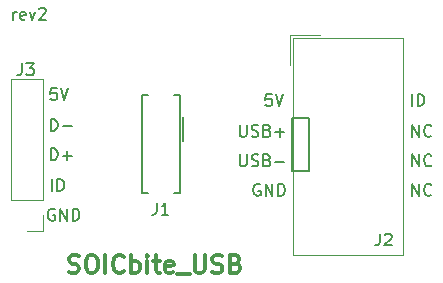
<source format=gbr>
G04 #@! TF.GenerationSoftware,KiCad,Pcbnew,5.0.2-bee76a0~70~ubuntu18.04.1*
G04 #@! TF.CreationDate,2019-08-13T19:29:34+01:00*
G04 #@! TF.ProjectId,SOICbite_USB,534f4943-6269-4746-955f-5553422e6b69,rev?*
G04 #@! TF.SameCoordinates,Original*
G04 #@! TF.FileFunction,Legend,Top*
G04 #@! TF.FilePolarity,Positive*
%FSLAX46Y46*%
G04 Gerber Fmt 4.6, Leading zero omitted, Abs format (unit mm)*
G04 Created by KiCad (PCBNEW 5.0.2-bee76a0~70~ubuntu18.04.1) date Tue 13 Aug 2019 19:29:34 BST*
%MOMM*%
%LPD*%
G01*
G04 APERTURE LIST*
%ADD10C,0.200000*%
%ADD11C,0.300000*%
%ADD12C,0.150000*%
%ADD13C,0.120000*%
G04 APERTURE END LIST*
D10*
X109438095Y-101200000D02*
X109342857Y-101152380D01*
X109200000Y-101152380D01*
X109057142Y-101200000D01*
X108961904Y-101295238D01*
X108914285Y-101390476D01*
X108866666Y-101580952D01*
X108866666Y-101723809D01*
X108914285Y-101914285D01*
X108961904Y-102009523D01*
X109057142Y-102104761D01*
X109200000Y-102152380D01*
X109295238Y-102152380D01*
X109438095Y-102104761D01*
X109485714Y-102057142D01*
X109485714Y-101723809D01*
X109295238Y-101723809D01*
X109914285Y-102152380D02*
X109914285Y-101152380D01*
X110485714Y-102152380D01*
X110485714Y-101152380D01*
X110961904Y-102152380D02*
X110961904Y-101152380D01*
X111200000Y-101152380D01*
X111342857Y-101200000D01*
X111438095Y-101295238D01*
X111485714Y-101390476D01*
X111533333Y-101580952D01*
X111533333Y-101723809D01*
X111485714Y-101914285D01*
X111438095Y-102009523D01*
X111342857Y-102104761D01*
X111200000Y-102152380D01*
X110961904Y-102152380D01*
X109200000Y-99652380D02*
X109200000Y-98652380D01*
X109676190Y-99652380D02*
X109676190Y-98652380D01*
X109914285Y-98652380D01*
X110057142Y-98700000D01*
X110152380Y-98795238D01*
X110200000Y-98890476D01*
X110247619Y-99080952D01*
X110247619Y-99223809D01*
X110200000Y-99414285D01*
X110152380Y-99509523D01*
X110057142Y-99604761D01*
X109914285Y-99652380D01*
X109676190Y-99652380D01*
X109119047Y-94552380D02*
X109119047Y-93552380D01*
X109357142Y-93552380D01*
X109500000Y-93600000D01*
X109595238Y-93695238D01*
X109642857Y-93790476D01*
X109690476Y-93980952D01*
X109690476Y-94123809D01*
X109642857Y-94314285D01*
X109595238Y-94409523D01*
X109500000Y-94504761D01*
X109357142Y-94552380D01*
X109119047Y-94552380D01*
X110119047Y-94171428D02*
X110880952Y-94171428D01*
X109119047Y-97052380D02*
X109119047Y-96052380D01*
X109357142Y-96052380D01*
X109500000Y-96100000D01*
X109595238Y-96195238D01*
X109642857Y-96290476D01*
X109690476Y-96480952D01*
X109690476Y-96623809D01*
X109642857Y-96814285D01*
X109595238Y-96909523D01*
X109500000Y-97004761D01*
X109357142Y-97052380D01*
X109119047Y-97052380D01*
X110119047Y-96671428D02*
X110880952Y-96671428D01*
X110500000Y-97052380D02*
X110500000Y-96290476D01*
X109609523Y-90952380D02*
X109133333Y-90952380D01*
X109085714Y-91428571D01*
X109133333Y-91380952D01*
X109228571Y-91333333D01*
X109466666Y-91333333D01*
X109561904Y-91380952D01*
X109609523Y-91428571D01*
X109657142Y-91523809D01*
X109657142Y-91761904D01*
X109609523Y-91857142D01*
X109561904Y-91904761D01*
X109466666Y-91952380D01*
X109228571Y-91952380D01*
X109133333Y-91904761D01*
X109085714Y-91857142D01*
X109942857Y-90952380D02*
X110276190Y-91952380D01*
X110609523Y-90952380D01*
X139714285Y-100052380D02*
X139714285Y-99052380D01*
X140285714Y-100052380D01*
X140285714Y-99052380D01*
X141333333Y-99957142D02*
X141285714Y-100004761D01*
X141142857Y-100052380D01*
X141047619Y-100052380D01*
X140904761Y-100004761D01*
X140809523Y-99909523D01*
X140761904Y-99814285D01*
X140714285Y-99623809D01*
X140714285Y-99480952D01*
X140761904Y-99290476D01*
X140809523Y-99195238D01*
X140904761Y-99100000D01*
X141047619Y-99052380D01*
X141142857Y-99052380D01*
X141285714Y-99100000D01*
X141333333Y-99147619D01*
X139714285Y-95052380D02*
X139714285Y-94052380D01*
X140285714Y-95052380D01*
X140285714Y-94052380D01*
X141333333Y-94957142D02*
X141285714Y-95004761D01*
X141142857Y-95052380D01*
X141047619Y-95052380D01*
X140904761Y-95004761D01*
X140809523Y-94909523D01*
X140761904Y-94814285D01*
X140714285Y-94623809D01*
X140714285Y-94480952D01*
X140761904Y-94290476D01*
X140809523Y-94195238D01*
X140904761Y-94100000D01*
X141047619Y-94052380D01*
X141142857Y-94052380D01*
X141285714Y-94100000D01*
X141333333Y-94147619D01*
X139714285Y-97552380D02*
X139714285Y-96552380D01*
X140285714Y-97552380D01*
X140285714Y-96552380D01*
X141333333Y-97457142D02*
X141285714Y-97504761D01*
X141142857Y-97552380D01*
X141047619Y-97552380D01*
X140904761Y-97504761D01*
X140809523Y-97409523D01*
X140761904Y-97314285D01*
X140714285Y-97123809D01*
X140714285Y-96980952D01*
X140761904Y-96790476D01*
X140809523Y-96695238D01*
X140904761Y-96600000D01*
X141047619Y-96552380D01*
X141142857Y-96552380D01*
X141285714Y-96600000D01*
X141333333Y-96647619D01*
X139700000Y-92452380D02*
X139700000Y-91452380D01*
X140176190Y-92452380D02*
X140176190Y-91452380D01*
X140414285Y-91452380D01*
X140557142Y-91500000D01*
X140652380Y-91595238D01*
X140700000Y-91690476D01*
X140747619Y-91880952D01*
X140747619Y-92023809D01*
X140700000Y-92214285D01*
X140652380Y-92309523D01*
X140557142Y-92404761D01*
X140414285Y-92452380D01*
X140176190Y-92452380D01*
X126838095Y-99100000D02*
X126742857Y-99052380D01*
X126600000Y-99052380D01*
X126457142Y-99100000D01*
X126361904Y-99195238D01*
X126314285Y-99290476D01*
X126266666Y-99480952D01*
X126266666Y-99623809D01*
X126314285Y-99814285D01*
X126361904Y-99909523D01*
X126457142Y-100004761D01*
X126600000Y-100052380D01*
X126695238Y-100052380D01*
X126838095Y-100004761D01*
X126885714Y-99957142D01*
X126885714Y-99623809D01*
X126695238Y-99623809D01*
X127314285Y-100052380D02*
X127314285Y-99052380D01*
X127885714Y-100052380D01*
X127885714Y-99052380D01*
X128361904Y-100052380D02*
X128361904Y-99052380D01*
X128600000Y-99052380D01*
X128742857Y-99100000D01*
X128838095Y-99195238D01*
X128885714Y-99290476D01*
X128933333Y-99480952D01*
X128933333Y-99623809D01*
X128885714Y-99814285D01*
X128838095Y-99909523D01*
X128742857Y-100004761D01*
X128600000Y-100052380D01*
X128361904Y-100052380D01*
X125119047Y-96552380D02*
X125119047Y-97361904D01*
X125166666Y-97457142D01*
X125214285Y-97504761D01*
X125309523Y-97552380D01*
X125500000Y-97552380D01*
X125595238Y-97504761D01*
X125642857Y-97457142D01*
X125690476Y-97361904D01*
X125690476Y-96552380D01*
X126119047Y-97504761D02*
X126261904Y-97552380D01*
X126500000Y-97552380D01*
X126595238Y-97504761D01*
X126642857Y-97457142D01*
X126690476Y-97361904D01*
X126690476Y-97266666D01*
X126642857Y-97171428D01*
X126595238Y-97123809D01*
X126500000Y-97076190D01*
X126309523Y-97028571D01*
X126214285Y-96980952D01*
X126166666Y-96933333D01*
X126119047Y-96838095D01*
X126119047Y-96742857D01*
X126166666Y-96647619D01*
X126214285Y-96600000D01*
X126309523Y-96552380D01*
X126547619Y-96552380D01*
X126690476Y-96600000D01*
X127452380Y-97028571D02*
X127595238Y-97076190D01*
X127642857Y-97123809D01*
X127690476Y-97219047D01*
X127690476Y-97361904D01*
X127642857Y-97457142D01*
X127595238Y-97504761D01*
X127500000Y-97552380D01*
X127119047Y-97552380D01*
X127119047Y-96552380D01*
X127452380Y-96552380D01*
X127547619Y-96600000D01*
X127595238Y-96647619D01*
X127642857Y-96742857D01*
X127642857Y-96838095D01*
X127595238Y-96933333D01*
X127547619Y-96980952D01*
X127452380Y-97028571D01*
X127119047Y-97028571D01*
X128119047Y-97171428D02*
X128880952Y-97171428D01*
X125119047Y-94052380D02*
X125119047Y-94861904D01*
X125166666Y-94957142D01*
X125214285Y-95004761D01*
X125309523Y-95052380D01*
X125500000Y-95052380D01*
X125595238Y-95004761D01*
X125642857Y-94957142D01*
X125690476Y-94861904D01*
X125690476Y-94052380D01*
X126119047Y-95004761D02*
X126261904Y-95052380D01*
X126500000Y-95052380D01*
X126595238Y-95004761D01*
X126642857Y-94957142D01*
X126690476Y-94861904D01*
X126690476Y-94766666D01*
X126642857Y-94671428D01*
X126595238Y-94623809D01*
X126500000Y-94576190D01*
X126309523Y-94528571D01*
X126214285Y-94480952D01*
X126166666Y-94433333D01*
X126119047Y-94338095D01*
X126119047Y-94242857D01*
X126166666Y-94147619D01*
X126214285Y-94100000D01*
X126309523Y-94052380D01*
X126547619Y-94052380D01*
X126690476Y-94100000D01*
X127452380Y-94528571D02*
X127595238Y-94576190D01*
X127642857Y-94623809D01*
X127690476Y-94719047D01*
X127690476Y-94861904D01*
X127642857Y-94957142D01*
X127595238Y-95004761D01*
X127500000Y-95052380D01*
X127119047Y-95052380D01*
X127119047Y-94052380D01*
X127452380Y-94052380D01*
X127547619Y-94100000D01*
X127595238Y-94147619D01*
X127642857Y-94242857D01*
X127642857Y-94338095D01*
X127595238Y-94433333D01*
X127547619Y-94480952D01*
X127452380Y-94528571D01*
X127119047Y-94528571D01*
X128119047Y-94671428D02*
X128880952Y-94671428D01*
X128500000Y-95052380D02*
X128500000Y-94290476D01*
X127809523Y-91452380D02*
X127333333Y-91452380D01*
X127285714Y-91928571D01*
X127333333Y-91880952D01*
X127428571Y-91833333D01*
X127666666Y-91833333D01*
X127761904Y-91880952D01*
X127809523Y-91928571D01*
X127857142Y-92023809D01*
X127857142Y-92261904D01*
X127809523Y-92357142D01*
X127761904Y-92404761D01*
X127666666Y-92452380D01*
X127428571Y-92452380D01*
X127333333Y-92404761D01*
X127285714Y-92357142D01*
X128142857Y-91452380D02*
X128476190Y-92452380D01*
X128809523Y-91452380D01*
X105942857Y-85152380D02*
X105942857Y-84485714D01*
X105942857Y-84676190D02*
X105990476Y-84580952D01*
X106038095Y-84533333D01*
X106133333Y-84485714D01*
X106228571Y-84485714D01*
X106942857Y-85104761D02*
X106847619Y-85152380D01*
X106657142Y-85152380D01*
X106561904Y-85104761D01*
X106514285Y-85009523D01*
X106514285Y-84628571D01*
X106561904Y-84533333D01*
X106657142Y-84485714D01*
X106847619Y-84485714D01*
X106942857Y-84533333D01*
X106990476Y-84628571D01*
X106990476Y-84723809D01*
X106514285Y-84819047D01*
X107323809Y-84485714D02*
X107561904Y-85152380D01*
X107800000Y-84485714D01*
X108133333Y-84247619D02*
X108180952Y-84200000D01*
X108276190Y-84152380D01*
X108514285Y-84152380D01*
X108609523Y-84200000D01*
X108657142Y-84247619D01*
X108704761Y-84342857D01*
X108704761Y-84438095D01*
X108657142Y-84580952D01*
X108085714Y-85152380D01*
X108704761Y-85152380D01*
D11*
X110650000Y-106507142D02*
X110864285Y-106578571D01*
X111221428Y-106578571D01*
X111364285Y-106507142D01*
X111435714Y-106435714D01*
X111507142Y-106292857D01*
X111507142Y-106150000D01*
X111435714Y-106007142D01*
X111364285Y-105935714D01*
X111221428Y-105864285D01*
X110935714Y-105792857D01*
X110792857Y-105721428D01*
X110721428Y-105650000D01*
X110650000Y-105507142D01*
X110650000Y-105364285D01*
X110721428Y-105221428D01*
X110792857Y-105150000D01*
X110935714Y-105078571D01*
X111292857Y-105078571D01*
X111507142Y-105150000D01*
X112435714Y-105078571D02*
X112721428Y-105078571D01*
X112864285Y-105150000D01*
X113007142Y-105292857D01*
X113078571Y-105578571D01*
X113078571Y-106078571D01*
X113007142Y-106364285D01*
X112864285Y-106507142D01*
X112721428Y-106578571D01*
X112435714Y-106578571D01*
X112292857Y-106507142D01*
X112150000Y-106364285D01*
X112078571Y-106078571D01*
X112078571Y-105578571D01*
X112150000Y-105292857D01*
X112292857Y-105150000D01*
X112435714Y-105078571D01*
X113721428Y-106578571D02*
X113721428Y-105078571D01*
X115292857Y-106435714D02*
X115221428Y-106507142D01*
X115007142Y-106578571D01*
X114864285Y-106578571D01*
X114650000Y-106507142D01*
X114507142Y-106364285D01*
X114435714Y-106221428D01*
X114364285Y-105935714D01*
X114364285Y-105721428D01*
X114435714Y-105435714D01*
X114507142Y-105292857D01*
X114650000Y-105150000D01*
X114864285Y-105078571D01*
X115007142Y-105078571D01*
X115221428Y-105150000D01*
X115292857Y-105221428D01*
X115935714Y-106578571D02*
X115935714Y-105078571D01*
X115935714Y-105650000D02*
X116078571Y-105578571D01*
X116364285Y-105578571D01*
X116507142Y-105650000D01*
X116578571Y-105721428D01*
X116650000Y-105864285D01*
X116650000Y-106292857D01*
X116578571Y-106435714D01*
X116507142Y-106507142D01*
X116364285Y-106578571D01*
X116078571Y-106578571D01*
X115935714Y-106507142D01*
X117292857Y-106578571D02*
X117292857Y-105578571D01*
X117292857Y-105078571D02*
X117221428Y-105150000D01*
X117292857Y-105221428D01*
X117364285Y-105150000D01*
X117292857Y-105078571D01*
X117292857Y-105221428D01*
X117792857Y-105578571D02*
X118364285Y-105578571D01*
X118007142Y-105078571D02*
X118007142Y-106364285D01*
X118078571Y-106507142D01*
X118221428Y-106578571D01*
X118364285Y-106578571D01*
X119435714Y-106507142D02*
X119292857Y-106578571D01*
X119007142Y-106578571D01*
X118864285Y-106507142D01*
X118792857Y-106364285D01*
X118792857Y-105792857D01*
X118864285Y-105650000D01*
X119007142Y-105578571D01*
X119292857Y-105578571D01*
X119435714Y-105650000D01*
X119507142Y-105792857D01*
X119507142Y-105935714D01*
X118792857Y-106078571D01*
X119792857Y-106721428D02*
X120935714Y-106721428D01*
X121292857Y-105078571D02*
X121292857Y-106292857D01*
X121364285Y-106435714D01*
X121435714Y-106507142D01*
X121578571Y-106578571D01*
X121864285Y-106578571D01*
X122007142Y-106507142D01*
X122078571Y-106435714D01*
X122150000Y-106292857D01*
X122150000Y-105078571D01*
X122792857Y-106507142D02*
X123007142Y-106578571D01*
X123364285Y-106578571D01*
X123507142Y-106507142D01*
X123578571Y-106435714D01*
X123650000Y-106292857D01*
X123650000Y-106150000D01*
X123578571Y-106007142D01*
X123507142Y-105935714D01*
X123364285Y-105864285D01*
X123078571Y-105792857D01*
X122935714Y-105721428D01*
X122864285Y-105650000D01*
X122792857Y-105507142D01*
X122792857Y-105364285D01*
X122864285Y-105221428D01*
X122935714Y-105150000D01*
X123078571Y-105078571D01*
X123435714Y-105078571D01*
X123650000Y-105150000D01*
X124792857Y-105792857D02*
X125007142Y-105864285D01*
X125078571Y-105935714D01*
X125150000Y-106078571D01*
X125150000Y-106292857D01*
X125078571Y-106435714D01*
X125007142Y-106507142D01*
X124864285Y-106578571D01*
X124292857Y-106578571D01*
X124292857Y-105078571D01*
X124792857Y-105078571D01*
X124935714Y-105150000D01*
X125007142Y-105221428D01*
X125078571Y-105364285D01*
X125078571Y-105507142D01*
X125007142Y-105650000D01*
X124935714Y-105721428D01*
X124792857Y-105792857D01*
X124292857Y-105792857D01*
D10*
X129500000Y-98000000D02*
X129500000Y-93500000D01*
X131000000Y-98000000D02*
X129500000Y-98000000D01*
X131000000Y-93500000D02*
X131000000Y-98000000D01*
X129500000Y-93500000D02*
X131000000Y-93500000D01*
D12*
G04 #@! TO.C,J1*
X119555000Y-91550000D02*
X120030000Y-91550000D01*
X120030000Y-91550000D02*
X120030000Y-99850000D01*
X120030000Y-99850000D02*
X119555000Y-99850000D01*
X117305000Y-91550000D02*
X116830000Y-91550000D01*
X116830000Y-91550000D02*
X116830000Y-99850000D01*
X116830000Y-99850000D02*
X117305000Y-99850000D01*
X120330000Y-93400000D02*
X120330000Y-95400000D01*
D13*
G04 #@! TO.C,J2*
X138960001Y-86710001D02*
X138960001Y-105030001D01*
X138960001Y-105030001D02*
X129610001Y-105030001D01*
X129610001Y-105030001D02*
X129610001Y-86710001D01*
X129610001Y-86710001D02*
X138960001Y-86710001D01*
X129360001Y-86460001D02*
X129360001Y-89000001D01*
X129360001Y-86460001D02*
X131900001Y-86460001D01*
G04 #@! TO.C,J3*
X108430000Y-90210000D02*
X105770000Y-90210000D01*
X108430000Y-100430000D02*
X108430000Y-90210000D01*
X105770000Y-100430000D02*
X105770000Y-90210000D01*
X108430000Y-100430000D02*
X105770000Y-100430000D01*
X108430000Y-101700000D02*
X108430000Y-103030000D01*
X108430000Y-103030000D02*
X107100000Y-103030000D01*
G04 #@! TO.C,J1*
D12*
X118066666Y-100652380D02*
X118066666Y-101366666D01*
X118019047Y-101509523D01*
X117923809Y-101604761D01*
X117780952Y-101652380D01*
X117685714Y-101652380D01*
X119066666Y-101652380D02*
X118495238Y-101652380D01*
X118780952Y-101652380D02*
X118780952Y-100652380D01*
X118685714Y-100795238D01*
X118590476Y-100890476D01*
X118495238Y-100938095D01*
G04 #@! TO.C,J2*
X136966666Y-103252380D02*
X136966666Y-103966666D01*
X136919047Y-104109523D01*
X136823809Y-104204761D01*
X136680952Y-104252380D01*
X136585714Y-104252380D01*
X137395238Y-103347619D02*
X137442857Y-103300000D01*
X137538095Y-103252380D01*
X137776190Y-103252380D01*
X137871428Y-103300000D01*
X137919047Y-103347619D01*
X137966666Y-103442857D01*
X137966666Y-103538095D01*
X137919047Y-103680952D01*
X137347619Y-104252380D01*
X137966666Y-104252380D01*
G04 #@! TO.C,J3*
X106666666Y-88852380D02*
X106666666Y-89566666D01*
X106619047Y-89709523D01*
X106523809Y-89804761D01*
X106380952Y-89852380D01*
X106285714Y-89852380D01*
X107047619Y-88852380D02*
X107666666Y-88852380D01*
X107333333Y-89233333D01*
X107476190Y-89233333D01*
X107571428Y-89280952D01*
X107619047Y-89328571D01*
X107666666Y-89423809D01*
X107666666Y-89661904D01*
X107619047Y-89757142D01*
X107571428Y-89804761D01*
X107476190Y-89852380D01*
X107190476Y-89852380D01*
X107095238Y-89804761D01*
X107047619Y-89757142D01*
G04 #@! TD*
M02*

</source>
